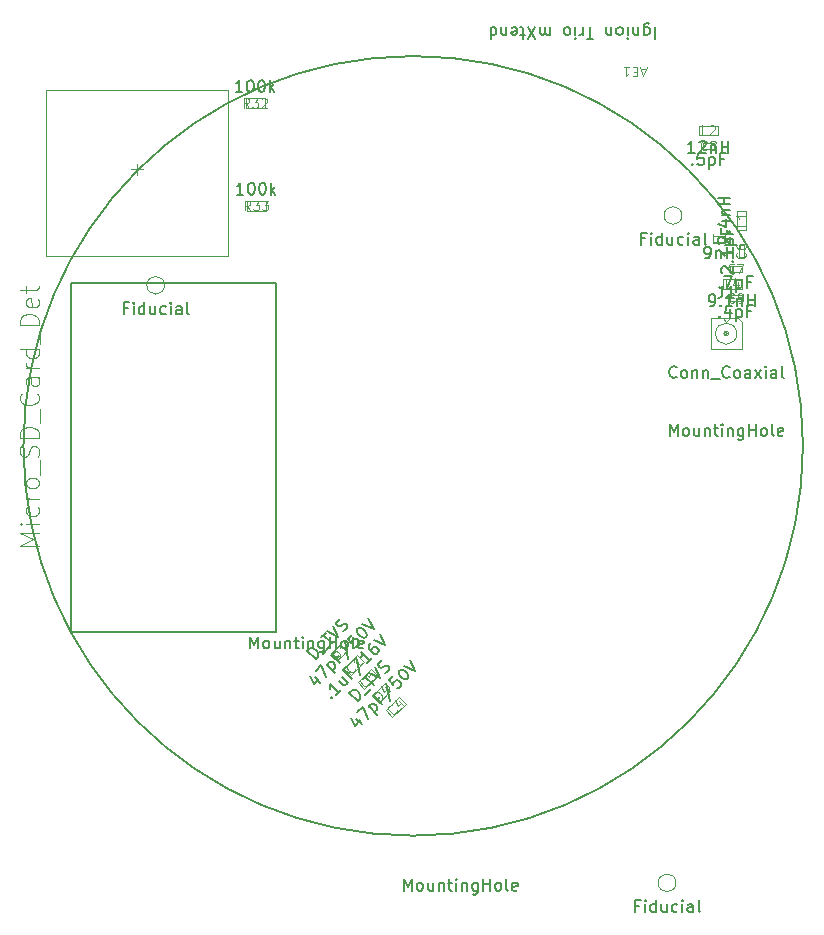
<source format=gbr>
G04 #@! TF.GenerationSoftware,KiCad,Pcbnew,6.0.11+dfsg-1~bpo11+1*
G04 #@! TF.CreationDate,2023-05-20T19:26:12-04:00*
G04 #@! TF.ProjectId,RUSP_Daughterboard,52555350-5f44-4617-9567-68746572626f,rev?*
G04 #@! TF.SameCoordinates,Original*
G04 #@! TF.FileFunction,AssemblyDrawing,Top*
%FSLAX46Y46*%
G04 Gerber Fmt 4.6, Leading zero omitted, Abs format (unit mm)*
G04 Created by KiCad (PCBNEW 6.0.11+dfsg-1~bpo11+1) date 2023-05-20 19:26:12*
%MOMM*%
%LPD*%
G01*
G04 APERTURE LIST*
%ADD10C,0.200000*%
%ADD11C,0.150000*%
%ADD12C,0.120000*%
%ADD13C,0.015000*%
%ADD14C,0.100000*%
G04 APERTURE END LIST*
D10*
X183000000Y-100000000D02*
G75*
G03*
X183000000Y-100000000I-33000000J0D01*
G01*
D11*
X143084860Y-121297890D02*
X143152203Y-121297890D01*
X143152203Y-121365233D01*
X143084860Y-121365233D01*
X143084860Y-121297890D01*
X143152203Y-121365233D01*
X143859310Y-120658126D02*
X143455249Y-121062187D01*
X143657279Y-120860157D02*
X142950173Y-120153050D01*
X142983844Y-120321409D01*
X142983844Y-120456096D01*
X142950173Y-120557111D01*
X143993997Y-119580630D02*
X144465401Y-120052035D01*
X143690951Y-119883676D02*
X144061340Y-120254065D01*
X144162356Y-120287737D01*
X144263371Y-120254065D01*
X144364386Y-120153050D01*
X144398058Y-120052035D01*
X144398058Y-119984691D01*
X144667432Y-119109226D02*
X144431730Y-119344928D01*
X144802119Y-119715317D02*
X144095012Y-119008211D01*
X144431730Y-118671493D01*
X145172508Y-117863371D02*
X145475554Y-119378600D01*
X146519378Y-117998058D02*
X146115317Y-118402119D01*
X146317348Y-118200088D02*
X145610241Y-117492982D01*
X145643913Y-117661340D01*
X145643913Y-117796027D01*
X145610241Y-117897043D01*
X146418363Y-116684860D02*
X146283676Y-116819547D01*
X146250004Y-116920562D01*
X146250004Y-116987905D01*
X146283676Y-117156264D01*
X146384691Y-117324623D01*
X146654065Y-117593997D01*
X146755081Y-117627669D01*
X146822424Y-117627669D01*
X146923439Y-117593997D01*
X147058126Y-117459310D01*
X147091798Y-117358295D01*
X147091798Y-117290951D01*
X147058126Y-117189936D01*
X146889768Y-117021577D01*
X146788752Y-116987905D01*
X146721409Y-116987905D01*
X146620394Y-117021577D01*
X146485707Y-117156264D01*
X146452035Y-117257279D01*
X146452035Y-117324623D01*
X146485707Y-117425638D01*
X146687737Y-116415486D02*
X147630546Y-116886890D01*
X147159142Y-115944081D01*
D12*
X146257749Y-120046311D02*
X146257749Y-120100186D01*
X146203874Y-120207935D01*
X146150000Y-120261810D01*
X146042250Y-120315685D01*
X145934500Y-120315685D01*
X145853688Y-120288748D01*
X145719001Y-120207935D01*
X145638189Y-120127123D01*
X145557377Y-119992436D01*
X145530439Y-119911624D01*
X145530439Y-119803874D01*
X145584314Y-119696125D01*
X145638189Y-119642250D01*
X145745938Y-119588375D01*
X145799813Y-119588375D01*
X146257749Y-119022690D02*
X145988375Y-119292064D01*
X146230812Y-119588375D01*
X146230812Y-119534500D01*
X146257749Y-119453688D01*
X146392436Y-119319001D01*
X146473248Y-119292064D01*
X146527123Y-119292064D01*
X146607935Y-119319001D01*
X146742622Y-119453688D01*
X146769560Y-119534500D01*
X146769560Y-119588375D01*
X146742622Y-119669187D01*
X146607935Y-119803874D01*
X146527123Y-119830812D01*
X146473248Y-119830812D01*
D11*
X136214285Y-117152380D02*
X136214285Y-116152380D01*
X136547619Y-116866666D01*
X136880952Y-116152380D01*
X136880952Y-117152380D01*
X137500000Y-117152380D02*
X137404761Y-117104761D01*
X137357142Y-117057142D01*
X137309523Y-116961904D01*
X137309523Y-116676190D01*
X137357142Y-116580952D01*
X137404761Y-116533333D01*
X137500000Y-116485714D01*
X137642857Y-116485714D01*
X137738095Y-116533333D01*
X137785714Y-116580952D01*
X137833333Y-116676190D01*
X137833333Y-116961904D01*
X137785714Y-117057142D01*
X137738095Y-117104761D01*
X137642857Y-117152380D01*
X137500000Y-117152380D01*
X138690476Y-116485714D02*
X138690476Y-117152380D01*
X138261904Y-116485714D02*
X138261904Y-117009523D01*
X138309523Y-117104761D01*
X138404761Y-117152380D01*
X138547619Y-117152380D01*
X138642857Y-117104761D01*
X138690476Y-117057142D01*
X139166666Y-116485714D02*
X139166666Y-117152380D01*
X139166666Y-116580952D02*
X139214285Y-116533333D01*
X139309523Y-116485714D01*
X139452380Y-116485714D01*
X139547619Y-116533333D01*
X139595238Y-116628571D01*
X139595238Y-117152380D01*
X139928571Y-116485714D02*
X140309523Y-116485714D01*
X140071428Y-116152380D02*
X140071428Y-117009523D01*
X140119047Y-117104761D01*
X140214285Y-117152380D01*
X140309523Y-117152380D01*
X140642857Y-117152380D02*
X140642857Y-116485714D01*
X140642857Y-116152380D02*
X140595238Y-116200000D01*
X140642857Y-116247619D01*
X140690476Y-116200000D01*
X140642857Y-116152380D01*
X140642857Y-116247619D01*
X141119047Y-116485714D02*
X141119047Y-117152380D01*
X141119047Y-116580952D02*
X141166666Y-116533333D01*
X141261904Y-116485714D01*
X141404761Y-116485714D01*
X141500000Y-116533333D01*
X141547619Y-116628571D01*
X141547619Y-117152380D01*
X142452380Y-116485714D02*
X142452380Y-117295238D01*
X142404761Y-117390476D01*
X142357142Y-117438095D01*
X142261904Y-117485714D01*
X142119047Y-117485714D01*
X142023809Y-117438095D01*
X142452380Y-117104761D02*
X142357142Y-117152380D01*
X142166666Y-117152380D01*
X142071428Y-117104761D01*
X142023809Y-117057142D01*
X141976190Y-116961904D01*
X141976190Y-116676190D01*
X142023809Y-116580952D01*
X142071428Y-116533333D01*
X142166666Y-116485714D01*
X142357142Y-116485714D01*
X142452380Y-116533333D01*
X142928571Y-117152380D02*
X142928571Y-116152380D01*
X142928571Y-116628571D02*
X143500000Y-116628571D01*
X143500000Y-117152380D02*
X143500000Y-116152380D01*
X144119047Y-117152380D02*
X144023809Y-117104761D01*
X143976190Y-117057142D01*
X143928571Y-116961904D01*
X143928571Y-116676190D01*
X143976190Y-116580952D01*
X144023809Y-116533333D01*
X144119047Y-116485714D01*
X144261904Y-116485714D01*
X144357142Y-116533333D01*
X144404761Y-116580952D01*
X144452380Y-116676190D01*
X144452380Y-116961904D01*
X144404761Y-117057142D01*
X144357142Y-117104761D01*
X144261904Y-117152380D01*
X144119047Y-117152380D01*
X145023809Y-117152380D02*
X144928571Y-117104761D01*
X144880952Y-117009523D01*
X144880952Y-116152380D01*
X145785714Y-117104761D02*
X145690476Y-117152380D01*
X145500000Y-117152380D01*
X145404761Y-117104761D01*
X145357142Y-117009523D01*
X145357142Y-116628571D01*
X145404761Y-116533333D01*
X145500000Y-116485714D01*
X145690476Y-116485714D01*
X145785714Y-116533333D01*
X145833333Y-116628571D01*
X145833333Y-116723809D01*
X145357142Y-116819047D01*
X169619047Y-82428571D02*
X169285714Y-82428571D01*
X169285714Y-82952380D02*
X169285714Y-81952380D01*
X169761904Y-81952380D01*
X170142857Y-82952380D02*
X170142857Y-82285714D01*
X170142857Y-81952380D02*
X170095238Y-82000000D01*
X170142857Y-82047619D01*
X170190476Y-82000000D01*
X170142857Y-81952380D01*
X170142857Y-82047619D01*
X171047619Y-82952380D02*
X171047619Y-81952380D01*
X171047619Y-82904761D02*
X170952380Y-82952380D01*
X170761904Y-82952380D01*
X170666666Y-82904761D01*
X170619047Y-82857142D01*
X170571428Y-82761904D01*
X170571428Y-82476190D01*
X170619047Y-82380952D01*
X170666666Y-82333333D01*
X170761904Y-82285714D01*
X170952380Y-82285714D01*
X171047619Y-82333333D01*
X171952380Y-82285714D02*
X171952380Y-82952380D01*
X171523809Y-82285714D02*
X171523809Y-82809523D01*
X171571428Y-82904761D01*
X171666666Y-82952380D01*
X171809523Y-82952380D01*
X171904761Y-82904761D01*
X171952380Y-82857142D01*
X172857142Y-82904761D02*
X172761904Y-82952380D01*
X172571428Y-82952380D01*
X172476190Y-82904761D01*
X172428571Y-82857142D01*
X172380952Y-82761904D01*
X172380952Y-82476190D01*
X172428571Y-82380952D01*
X172476190Y-82333333D01*
X172571428Y-82285714D01*
X172761904Y-82285714D01*
X172857142Y-82333333D01*
X173285714Y-82952380D02*
X173285714Y-82285714D01*
X173285714Y-81952380D02*
X173238095Y-82000000D01*
X173285714Y-82047619D01*
X173333333Y-82000000D01*
X173285714Y-81952380D01*
X173285714Y-82047619D01*
X174190476Y-82952380D02*
X174190476Y-82428571D01*
X174142857Y-82333333D01*
X174047619Y-82285714D01*
X173857142Y-82285714D01*
X173761904Y-82333333D01*
X174190476Y-82904761D02*
X174095238Y-82952380D01*
X173857142Y-82952380D01*
X173761904Y-82904761D01*
X173714285Y-82809523D01*
X173714285Y-82714285D01*
X173761904Y-82619047D01*
X173857142Y-82571428D01*
X174095238Y-82571428D01*
X174190476Y-82523809D01*
X174809523Y-82952380D02*
X174714285Y-82904761D01*
X174666666Y-82809523D01*
X174666666Y-81952380D01*
X141665486Y-119584142D02*
X142136890Y-120055546D01*
X141227753Y-119483126D02*
X141564470Y-120156561D01*
X142002203Y-119718829D01*
X141732829Y-119045394D02*
X142204234Y-118573989D01*
X142608295Y-119584142D01*
X142709310Y-118540317D02*
X143416417Y-119247424D01*
X142742982Y-118573989D02*
X142776653Y-118472974D01*
X142911340Y-118338287D01*
X143012356Y-118304615D01*
X143079699Y-118304615D01*
X143180714Y-118338287D01*
X143382745Y-118540317D01*
X143416417Y-118641333D01*
X143416417Y-118708676D01*
X143382745Y-118809691D01*
X143248058Y-118944378D01*
X143147043Y-118978050D01*
X143685791Y-117765867D02*
X143450088Y-118001569D01*
X143820478Y-118371959D02*
X143113371Y-117664852D01*
X143450088Y-117328134D01*
X144190867Y-116520012D02*
X144493913Y-118035241D01*
X144796959Y-115981264D02*
X144460241Y-116317982D01*
X144763287Y-116688371D01*
X144763287Y-116621027D01*
X144796959Y-116520012D01*
X144965317Y-116351653D01*
X145066333Y-116317982D01*
X145133676Y-116317982D01*
X145234691Y-116351653D01*
X145403050Y-116520012D01*
X145436722Y-116621027D01*
X145436722Y-116688371D01*
X145403050Y-116789386D01*
X145234691Y-116957745D01*
X145133676Y-116991417D01*
X145066333Y-116991417D01*
X145268363Y-115509860D02*
X145335707Y-115442516D01*
X145436722Y-115408844D01*
X145504065Y-115408844D01*
X145605081Y-115442516D01*
X145773439Y-115543531D01*
X145941798Y-115711890D01*
X146042813Y-115880249D01*
X146076485Y-115981264D01*
X146076485Y-116048608D01*
X146042813Y-116149623D01*
X145975470Y-116216966D01*
X145874455Y-116250638D01*
X145807111Y-116250638D01*
X145706096Y-116216966D01*
X145537737Y-116115951D01*
X145369378Y-115947592D01*
X145268363Y-115779234D01*
X145234691Y-115678218D01*
X145234691Y-115610875D01*
X145268363Y-115509860D01*
X145706096Y-115072127D02*
X146648905Y-115543531D01*
X146177500Y-114600722D01*
D12*
X145107749Y-118871311D02*
X145107749Y-118925186D01*
X145053874Y-119032935D01*
X145000000Y-119086810D01*
X144892250Y-119140685D01*
X144784500Y-119140685D01*
X144703688Y-119113748D01*
X144569001Y-119032935D01*
X144488189Y-118952123D01*
X144407377Y-118817436D01*
X144380439Y-118736624D01*
X144380439Y-118628874D01*
X144434314Y-118521125D01*
X144488189Y-118467250D01*
X144595938Y-118413375D01*
X144649813Y-118413375D01*
X145700372Y-118386438D02*
X145377123Y-118709687D01*
X145538748Y-118548062D02*
X144973062Y-117982377D01*
X145000000Y-118117064D01*
X145000000Y-118224813D01*
X144973062Y-118305625D01*
D11*
X125819047Y-88328571D02*
X125485714Y-88328571D01*
X125485714Y-88852380D02*
X125485714Y-87852380D01*
X125961904Y-87852380D01*
X126342857Y-88852380D02*
X126342857Y-88185714D01*
X126342857Y-87852380D02*
X126295238Y-87900000D01*
X126342857Y-87947619D01*
X126390476Y-87900000D01*
X126342857Y-87852380D01*
X126342857Y-87947619D01*
X127247619Y-88852380D02*
X127247619Y-87852380D01*
X127247619Y-88804761D02*
X127152380Y-88852380D01*
X126961904Y-88852380D01*
X126866666Y-88804761D01*
X126819047Y-88757142D01*
X126771428Y-88661904D01*
X126771428Y-88376190D01*
X126819047Y-88280952D01*
X126866666Y-88233333D01*
X126961904Y-88185714D01*
X127152380Y-88185714D01*
X127247619Y-88233333D01*
X128152380Y-88185714D02*
X128152380Y-88852380D01*
X127723809Y-88185714D02*
X127723809Y-88709523D01*
X127771428Y-88804761D01*
X127866666Y-88852380D01*
X128009523Y-88852380D01*
X128104761Y-88804761D01*
X128152380Y-88757142D01*
X129057142Y-88804761D02*
X128961904Y-88852380D01*
X128771428Y-88852380D01*
X128676190Y-88804761D01*
X128628571Y-88757142D01*
X128580952Y-88661904D01*
X128580952Y-88376190D01*
X128628571Y-88280952D01*
X128676190Y-88233333D01*
X128771428Y-88185714D01*
X128961904Y-88185714D01*
X129057142Y-88233333D01*
X129485714Y-88852380D02*
X129485714Y-88185714D01*
X129485714Y-87852380D02*
X129438095Y-87900000D01*
X129485714Y-87947619D01*
X129533333Y-87900000D01*
X129485714Y-87852380D01*
X129485714Y-87947619D01*
X130390476Y-88852380D02*
X130390476Y-88328571D01*
X130342857Y-88233333D01*
X130247619Y-88185714D01*
X130057142Y-88185714D01*
X129961904Y-88233333D01*
X130390476Y-88804761D02*
X130295238Y-88852380D01*
X130057142Y-88852380D01*
X129961904Y-88804761D01*
X129914285Y-88709523D01*
X129914285Y-88614285D01*
X129961904Y-88519047D01*
X130057142Y-88471428D01*
X130295238Y-88471428D01*
X130390476Y-88423809D01*
X131009523Y-88852380D02*
X130914285Y-88804761D01*
X130866666Y-88709523D01*
X130866666Y-87852380D01*
X141745012Y-118072424D02*
X141037905Y-117365317D01*
X141206264Y-117196959D01*
X141340951Y-117129615D01*
X141475638Y-117129615D01*
X141576653Y-117163287D01*
X141745012Y-117264302D01*
X141846027Y-117365317D01*
X141947043Y-117533676D01*
X141980714Y-117634691D01*
X141980714Y-117769378D01*
X141913371Y-117904065D01*
X141745012Y-118072424D01*
X142351104Y-117601020D02*
X142889852Y-117062272D01*
X142182745Y-116220478D02*
X142586806Y-115816417D01*
X143091882Y-116725554D02*
X142384775Y-116018447D01*
X142721493Y-115681730D02*
X143664302Y-116153134D01*
X143192898Y-115210325D01*
X144068363Y-115681730D02*
X144203050Y-115614386D01*
X144371409Y-115446027D01*
X144405081Y-115345012D01*
X144405081Y-115277669D01*
X144371409Y-115176653D01*
X144304065Y-115109310D01*
X144203050Y-115075638D01*
X144135707Y-115075638D01*
X144034691Y-115109310D01*
X143866333Y-115210325D01*
X143765317Y-115243997D01*
X143697974Y-115243997D01*
X143596959Y-115210325D01*
X143529615Y-115142982D01*
X143495943Y-115041966D01*
X143495943Y-114974623D01*
X143529615Y-114873608D01*
X143697974Y-114705249D01*
X143832661Y-114637905D01*
D12*
X143638375Y-118073435D02*
X143072690Y-117507749D01*
X143207377Y-117373062D01*
X143315126Y-117319187D01*
X143422876Y-117319187D01*
X143503688Y-117346125D01*
X143638375Y-117426937D01*
X143719187Y-117507749D01*
X143800000Y-117642436D01*
X143826937Y-117723248D01*
X143826937Y-117830998D01*
X143773062Y-117938748D01*
X143638375Y-118073435D01*
X144500372Y-117211438D02*
X144177123Y-117534687D01*
X144338748Y-117373062D02*
X143773062Y-116807377D01*
X143800000Y-116942064D01*
X143800000Y-117049813D01*
X143773062Y-117130625D01*
D11*
X145190486Y-123109142D02*
X145661890Y-123580546D01*
X144752753Y-123008126D02*
X145089470Y-123681561D01*
X145527203Y-123243829D01*
X145257829Y-122570394D02*
X145729234Y-122098989D01*
X146133295Y-123109142D01*
X146234310Y-122065317D02*
X146941417Y-122772424D01*
X146267982Y-122098989D02*
X146301653Y-121997974D01*
X146436340Y-121863287D01*
X146537356Y-121829615D01*
X146604699Y-121829615D01*
X146705714Y-121863287D01*
X146907745Y-122065317D01*
X146941417Y-122166333D01*
X146941417Y-122233676D01*
X146907745Y-122334691D01*
X146773058Y-122469378D01*
X146672043Y-122503050D01*
X147210791Y-121290867D02*
X146975088Y-121526569D01*
X147345478Y-121896959D02*
X146638371Y-121189852D01*
X146975088Y-120853134D01*
X147715867Y-120045012D02*
X148018913Y-121560241D01*
X148321959Y-119506264D02*
X147985241Y-119842982D01*
X148288287Y-120213371D01*
X148288287Y-120146027D01*
X148321959Y-120045012D01*
X148490317Y-119876653D01*
X148591333Y-119842982D01*
X148658676Y-119842982D01*
X148759691Y-119876653D01*
X148928050Y-120045012D01*
X148961722Y-120146027D01*
X148961722Y-120213371D01*
X148928050Y-120314386D01*
X148759691Y-120482745D01*
X148658676Y-120516417D01*
X148591333Y-120516417D01*
X148793363Y-119034860D02*
X148860707Y-118967516D01*
X148961722Y-118933844D01*
X149029065Y-118933844D01*
X149130081Y-118967516D01*
X149298439Y-119068531D01*
X149466798Y-119236890D01*
X149567813Y-119405249D01*
X149601485Y-119506264D01*
X149601485Y-119573608D01*
X149567813Y-119674623D01*
X149500470Y-119741966D01*
X149399455Y-119775638D01*
X149332111Y-119775638D01*
X149231096Y-119741966D01*
X149062737Y-119640951D01*
X148894378Y-119472592D01*
X148793363Y-119304234D01*
X148759691Y-119203218D01*
X148759691Y-119135875D01*
X148793363Y-119034860D01*
X149231096Y-118597127D02*
X150173905Y-119068531D01*
X149702500Y-118125722D01*
D12*
X148632749Y-122396311D02*
X148632749Y-122450186D01*
X148578874Y-122557935D01*
X148525000Y-122611810D01*
X148417250Y-122665685D01*
X148309500Y-122665685D01*
X148228688Y-122638748D01*
X148094001Y-122557935D01*
X148013189Y-122477123D01*
X147932377Y-122342436D01*
X147905439Y-122261624D01*
X147905439Y-122153874D01*
X147959314Y-122046125D01*
X148013189Y-121992250D01*
X148120938Y-121938375D01*
X148174813Y-121938375D01*
X148794374Y-121588189D02*
X149171497Y-121965312D01*
X148444187Y-121507377D02*
X148713561Y-122046125D01*
X149063748Y-121695938D01*
D11*
X135628571Y-78722380D02*
X135057142Y-78722380D01*
X135342857Y-78722380D02*
X135342857Y-77722380D01*
X135247619Y-77865238D01*
X135152380Y-77960476D01*
X135057142Y-78008095D01*
X136247619Y-77722380D02*
X136342857Y-77722380D01*
X136438095Y-77770000D01*
X136485714Y-77817619D01*
X136533333Y-77912857D01*
X136580952Y-78103333D01*
X136580952Y-78341428D01*
X136533333Y-78531904D01*
X136485714Y-78627142D01*
X136438095Y-78674761D01*
X136342857Y-78722380D01*
X136247619Y-78722380D01*
X136152380Y-78674761D01*
X136104761Y-78627142D01*
X136057142Y-78531904D01*
X136009523Y-78341428D01*
X136009523Y-78103333D01*
X136057142Y-77912857D01*
X136104761Y-77817619D01*
X136152380Y-77770000D01*
X136247619Y-77722380D01*
X137200000Y-77722380D02*
X137295238Y-77722380D01*
X137390476Y-77770000D01*
X137438095Y-77817619D01*
X137485714Y-77912857D01*
X137533333Y-78103333D01*
X137533333Y-78341428D01*
X137485714Y-78531904D01*
X137438095Y-78627142D01*
X137390476Y-78674761D01*
X137295238Y-78722380D01*
X137200000Y-78722380D01*
X137104761Y-78674761D01*
X137057142Y-78627142D01*
X137009523Y-78531904D01*
X136961904Y-78341428D01*
X136961904Y-78103333D01*
X137009523Y-77912857D01*
X137057142Y-77817619D01*
X137104761Y-77770000D01*
X137200000Y-77722380D01*
X137961904Y-78722380D02*
X137961904Y-77722380D01*
X138057142Y-78341428D02*
X138342857Y-78722380D01*
X138342857Y-78055714D02*
X137961904Y-78436666D01*
D12*
X136185714Y-80061904D02*
X135919047Y-79680952D01*
X135728571Y-80061904D02*
X135728571Y-79261904D01*
X136033333Y-79261904D01*
X136109523Y-79300000D01*
X136147619Y-79338095D01*
X136185714Y-79414285D01*
X136185714Y-79528571D01*
X136147619Y-79604761D01*
X136109523Y-79642857D01*
X136033333Y-79680952D01*
X135728571Y-79680952D01*
X136452380Y-79261904D02*
X136947619Y-79261904D01*
X136680952Y-79566666D01*
X136795238Y-79566666D01*
X136871428Y-79604761D01*
X136909523Y-79642857D01*
X136947619Y-79719047D01*
X136947619Y-79909523D01*
X136909523Y-79985714D01*
X136871428Y-80023809D01*
X136795238Y-80061904D01*
X136566666Y-80061904D01*
X136490476Y-80023809D01*
X136452380Y-79985714D01*
X137214285Y-79261904D02*
X137709523Y-79261904D01*
X137442857Y-79566666D01*
X137557142Y-79566666D01*
X137633333Y-79604761D01*
X137671428Y-79642857D01*
X137709523Y-79719047D01*
X137709523Y-79909523D01*
X137671428Y-79985714D01*
X137633333Y-80023809D01*
X137557142Y-80061904D01*
X137328571Y-80061904D01*
X137252380Y-80023809D01*
X137214285Y-79985714D01*
D11*
X135543571Y-70022380D02*
X134972142Y-70022380D01*
X135257857Y-70022380D02*
X135257857Y-69022380D01*
X135162619Y-69165238D01*
X135067380Y-69260476D01*
X134972142Y-69308095D01*
X136162619Y-69022380D02*
X136257857Y-69022380D01*
X136353095Y-69070000D01*
X136400714Y-69117619D01*
X136448333Y-69212857D01*
X136495952Y-69403333D01*
X136495952Y-69641428D01*
X136448333Y-69831904D01*
X136400714Y-69927142D01*
X136353095Y-69974761D01*
X136257857Y-70022380D01*
X136162619Y-70022380D01*
X136067380Y-69974761D01*
X136019761Y-69927142D01*
X135972142Y-69831904D01*
X135924523Y-69641428D01*
X135924523Y-69403333D01*
X135972142Y-69212857D01*
X136019761Y-69117619D01*
X136067380Y-69070000D01*
X136162619Y-69022380D01*
X137115000Y-69022380D02*
X137210238Y-69022380D01*
X137305476Y-69070000D01*
X137353095Y-69117619D01*
X137400714Y-69212857D01*
X137448333Y-69403333D01*
X137448333Y-69641428D01*
X137400714Y-69831904D01*
X137353095Y-69927142D01*
X137305476Y-69974761D01*
X137210238Y-70022380D01*
X137115000Y-70022380D01*
X137019761Y-69974761D01*
X136972142Y-69927142D01*
X136924523Y-69831904D01*
X136876904Y-69641428D01*
X136876904Y-69403333D01*
X136924523Y-69212857D01*
X136972142Y-69117619D01*
X137019761Y-69070000D01*
X137115000Y-69022380D01*
X137876904Y-70022380D02*
X137876904Y-69022380D01*
X137972142Y-69641428D02*
X138257857Y-70022380D01*
X138257857Y-69355714D02*
X137876904Y-69736666D01*
D12*
X136100714Y-71361904D02*
X135834047Y-70980952D01*
X135643571Y-71361904D02*
X135643571Y-70561904D01*
X135948333Y-70561904D01*
X136024523Y-70600000D01*
X136062619Y-70638095D01*
X136100714Y-70714285D01*
X136100714Y-70828571D01*
X136062619Y-70904761D01*
X136024523Y-70942857D01*
X135948333Y-70980952D01*
X135643571Y-70980952D01*
X136367380Y-70561904D02*
X136862619Y-70561904D01*
X136595952Y-70866666D01*
X136710238Y-70866666D01*
X136786428Y-70904761D01*
X136824523Y-70942857D01*
X136862619Y-71019047D01*
X136862619Y-71209523D01*
X136824523Y-71285714D01*
X136786428Y-71323809D01*
X136710238Y-71361904D01*
X136481666Y-71361904D01*
X136405476Y-71323809D01*
X136367380Y-71285714D01*
X137167380Y-70638095D02*
X137205476Y-70600000D01*
X137281666Y-70561904D01*
X137472142Y-70561904D01*
X137548333Y-70600000D01*
X137586428Y-70638095D01*
X137624523Y-70714285D01*
X137624523Y-70790476D01*
X137586428Y-70904761D01*
X137129285Y-71361904D01*
X137624523Y-71361904D01*
D13*
X118287414Y-108452474D02*
X116686949Y-108452474D01*
X117830139Y-107918986D01*
X116686949Y-107385497D01*
X118287414Y-107385497D01*
X118287414Y-106623371D02*
X117220438Y-106623371D01*
X116686949Y-106623371D02*
X116763162Y-106699584D01*
X116839375Y-106623371D01*
X116763162Y-106547159D01*
X116686949Y-106623371D01*
X116839375Y-106623371D01*
X118211202Y-105175331D02*
X118287414Y-105327757D01*
X118287414Y-105632607D01*
X118211202Y-105785032D01*
X118134989Y-105861245D01*
X117982564Y-105937458D01*
X117525288Y-105937458D01*
X117372863Y-105861245D01*
X117296650Y-105785032D01*
X117220438Y-105632607D01*
X117220438Y-105327757D01*
X117296650Y-105175331D01*
X118287414Y-104489418D02*
X117220438Y-104489418D01*
X117525288Y-104489418D02*
X117372863Y-104413205D01*
X117296650Y-104336993D01*
X117220438Y-104184567D01*
X117220438Y-104032142D01*
X118287414Y-103270016D02*
X118211202Y-103422441D01*
X118134989Y-103498654D01*
X117982564Y-103574866D01*
X117525288Y-103574866D01*
X117372863Y-103498654D01*
X117296650Y-103422441D01*
X117220438Y-103270016D01*
X117220438Y-103041378D01*
X117296650Y-102888953D01*
X117372863Y-102812740D01*
X117525288Y-102736528D01*
X117982564Y-102736528D01*
X118134989Y-102812740D01*
X118211202Y-102888953D01*
X118287414Y-103041378D01*
X118287414Y-103270016D01*
X118439840Y-102431677D02*
X118439840Y-101212275D01*
X118211202Y-100907425D02*
X118287414Y-100678787D01*
X118287414Y-100297724D01*
X118211202Y-100145299D01*
X118134989Y-100069086D01*
X117982564Y-99992873D01*
X117830139Y-99992873D01*
X117677713Y-100069086D01*
X117601501Y-100145299D01*
X117525288Y-100297724D01*
X117449076Y-100602574D01*
X117372863Y-100755000D01*
X117296650Y-100831212D01*
X117144225Y-100907425D01*
X116991800Y-100907425D01*
X116839375Y-100831212D01*
X116763162Y-100755000D01*
X116686949Y-100602574D01*
X116686949Y-100221511D01*
X116763162Y-99992873D01*
X118287414Y-99306960D02*
X116686949Y-99306960D01*
X116686949Y-98925897D01*
X116763162Y-98697259D01*
X116915587Y-98544834D01*
X117068012Y-98468621D01*
X117372863Y-98392408D01*
X117601501Y-98392408D01*
X117906351Y-98468621D01*
X118058777Y-98544834D01*
X118211202Y-98697259D01*
X118287414Y-98925897D01*
X118287414Y-99306960D01*
X118439840Y-98087558D02*
X118439840Y-96868156D01*
X118134989Y-95572541D02*
X118211202Y-95648754D01*
X118287414Y-95877392D01*
X118287414Y-96029817D01*
X118211202Y-96258455D01*
X118058777Y-96410880D01*
X117906351Y-96487093D01*
X117601501Y-96563305D01*
X117372863Y-96563305D01*
X117068012Y-96487093D01*
X116915587Y-96410880D01*
X116763162Y-96258455D01*
X116686949Y-96029817D01*
X116686949Y-95877392D01*
X116763162Y-95648754D01*
X116839375Y-95572541D01*
X118287414Y-94200714D02*
X117449076Y-94200714D01*
X117296650Y-94276927D01*
X117220438Y-94429352D01*
X117220438Y-94734203D01*
X117296650Y-94886628D01*
X118211202Y-94200714D02*
X118287414Y-94353140D01*
X118287414Y-94734203D01*
X118211202Y-94886628D01*
X118058777Y-94962840D01*
X117906351Y-94962840D01*
X117753926Y-94886628D01*
X117677713Y-94734203D01*
X117677713Y-94353140D01*
X117601501Y-94200714D01*
X118287414Y-93438588D02*
X117220438Y-93438588D01*
X117525288Y-93438588D02*
X117372863Y-93362375D01*
X117296650Y-93286163D01*
X117220438Y-93133738D01*
X117220438Y-92981312D01*
X118287414Y-91761910D02*
X116686949Y-91761910D01*
X118211202Y-91761910D02*
X118287414Y-91914336D01*
X118287414Y-92219186D01*
X118211202Y-92371611D01*
X118134989Y-92447824D01*
X117982564Y-92524037D01*
X117525288Y-92524037D01*
X117372863Y-92447824D01*
X117296650Y-92371611D01*
X117220438Y-92219186D01*
X117220438Y-91914336D01*
X117296650Y-91761910D01*
X118439840Y-91380847D02*
X118439840Y-90161445D01*
X118287414Y-89780382D02*
X116686949Y-89780382D01*
X116686949Y-89399319D01*
X116763162Y-89170681D01*
X116915587Y-89018256D01*
X117068012Y-88942044D01*
X117372863Y-88865831D01*
X117601501Y-88865831D01*
X117906351Y-88942044D01*
X118058777Y-89018256D01*
X118211202Y-89170681D01*
X118287414Y-89399319D01*
X118287414Y-89780382D01*
X118211202Y-87570216D02*
X118287414Y-87722642D01*
X118287414Y-88027492D01*
X118211202Y-88179917D01*
X118058777Y-88256130D01*
X117449076Y-88256130D01*
X117296650Y-88179917D01*
X117220438Y-88027492D01*
X117220438Y-87722642D01*
X117296650Y-87570216D01*
X117449076Y-87494004D01*
X117601501Y-87494004D01*
X117753926Y-88256130D01*
X117220438Y-87036728D02*
X117220438Y-86427027D01*
X116686949Y-86808090D02*
X118058777Y-86808090D01*
X118211202Y-86731878D01*
X118287414Y-86579452D01*
X118287414Y-86427027D01*
D11*
X171714285Y-99152380D02*
X171714285Y-98152380D01*
X172047619Y-98866666D01*
X172380952Y-98152380D01*
X172380952Y-99152380D01*
X173000000Y-99152380D02*
X172904761Y-99104761D01*
X172857142Y-99057142D01*
X172809523Y-98961904D01*
X172809523Y-98676190D01*
X172857142Y-98580952D01*
X172904761Y-98533333D01*
X173000000Y-98485714D01*
X173142857Y-98485714D01*
X173238095Y-98533333D01*
X173285714Y-98580952D01*
X173333333Y-98676190D01*
X173333333Y-98961904D01*
X173285714Y-99057142D01*
X173238095Y-99104761D01*
X173142857Y-99152380D01*
X173000000Y-99152380D01*
X174190476Y-98485714D02*
X174190476Y-99152380D01*
X173761904Y-98485714D02*
X173761904Y-99009523D01*
X173809523Y-99104761D01*
X173904761Y-99152380D01*
X174047619Y-99152380D01*
X174142857Y-99104761D01*
X174190476Y-99057142D01*
X174666666Y-98485714D02*
X174666666Y-99152380D01*
X174666666Y-98580952D02*
X174714285Y-98533333D01*
X174809523Y-98485714D01*
X174952380Y-98485714D01*
X175047619Y-98533333D01*
X175095238Y-98628571D01*
X175095238Y-99152380D01*
X175428571Y-98485714D02*
X175809523Y-98485714D01*
X175571428Y-98152380D02*
X175571428Y-99009523D01*
X175619047Y-99104761D01*
X175714285Y-99152380D01*
X175809523Y-99152380D01*
X176142857Y-99152380D02*
X176142857Y-98485714D01*
X176142857Y-98152380D02*
X176095238Y-98200000D01*
X176142857Y-98247619D01*
X176190476Y-98200000D01*
X176142857Y-98152380D01*
X176142857Y-98247619D01*
X176619047Y-98485714D02*
X176619047Y-99152380D01*
X176619047Y-98580952D02*
X176666666Y-98533333D01*
X176761904Y-98485714D01*
X176904761Y-98485714D01*
X177000000Y-98533333D01*
X177047619Y-98628571D01*
X177047619Y-99152380D01*
X177952380Y-98485714D02*
X177952380Y-99295238D01*
X177904761Y-99390476D01*
X177857142Y-99438095D01*
X177761904Y-99485714D01*
X177619047Y-99485714D01*
X177523809Y-99438095D01*
X177952380Y-99104761D02*
X177857142Y-99152380D01*
X177666666Y-99152380D01*
X177571428Y-99104761D01*
X177523809Y-99057142D01*
X177476190Y-98961904D01*
X177476190Y-98676190D01*
X177523809Y-98580952D01*
X177571428Y-98533333D01*
X177666666Y-98485714D01*
X177857142Y-98485714D01*
X177952380Y-98533333D01*
X178428571Y-99152380D02*
X178428571Y-98152380D01*
X178428571Y-98628571D02*
X179000000Y-98628571D01*
X179000000Y-99152380D02*
X179000000Y-98152380D01*
X179619047Y-99152380D02*
X179523809Y-99104761D01*
X179476190Y-99057142D01*
X179428571Y-98961904D01*
X179428571Y-98676190D01*
X179476190Y-98580952D01*
X179523809Y-98533333D01*
X179619047Y-98485714D01*
X179761904Y-98485714D01*
X179857142Y-98533333D01*
X179904761Y-98580952D01*
X179952380Y-98676190D01*
X179952380Y-98961904D01*
X179904761Y-99057142D01*
X179857142Y-99104761D01*
X179761904Y-99152380D01*
X179619047Y-99152380D01*
X180523809Y-99152380D02*
X180428571Y-99104761D01*
X180380952Y-99009523D01*
X180380952Y-98152380D01*
X181285714Y-99104761D02*
X181190476Y-99152380D01*
X181000000Y-99152380D01*
X180904761Y-99104761D01*
X180857142Y-99009523D01*
X180857142Y-98628571D01*
X180904761Y-98533333D01*
X181000000Y-98485714D01*
X181190476Y-98485714D01*
X181285714Y-98533333D01*
X181333333Y-98628571D01*
X181333333Y-98723809D01*
X180857142Y-98819047D01*
X145295012Y-121597424D02*
X144587905Y-120890317D01*
X144756264Y-120721959D01*
X144890951Y-120654615D01*
X145025638Y-120654615D01*
X145126653Y-120688287D01*
X145295012Y-120789302D01*
X145396027Y-120890317D01*
X145497043Y-121058676D01*
X145530714Y-121159691D01*
X145530714Y-121294378D01*
X145463371Y-121429065D01*
X145295012Y-121597424D01*
X145901104Y-121126020D02*
X146439852Y-120587272D01*
X145732745Y-119745478D02*
X146136806Y-119341417D01*
X146641882Y-120250554D02*
X145934775Y-119543447D01*
X146271493Y-119206730D02*
X147214302Y-119678134D01*
X146742898Y-118735325D01*
X147618363Y-119206730D02*
X147753050Y-119139386D01*
X147921409Y-118971027D01*
X147955081Y-118870012D01*
X147955081Y-118802669D01*
X147921409Y-118701653D01*
X147854065Y-118634310D01*
X147753050Y-118600638D01*
X147685707Y-118600638D01*
X147584691Y-118634310D01*
X147416333Y-118735325D01*
X147315317Y-118768997D01*
X147247974Y-118768997D01*
X147146959Y-118735325D01*
X147079615Y-118667982D01*
X147045943Y-118566966D01*
X147045943Y-118499623D01*
X147079615Y-118398608D01*
X147247974Y-118230249D01*
X147382661Y-118162905D01*
D12*
X147188375Y-121598435D02*
X146622690Y-121032749D01*
X146757377Y-120898062D01*
X146865126Y-120844187D01*
X146972876Y-120844187D01*
X147053688Y-120871125D01*
X147188375Y-120951937D01*
X147269187Y-121032749D01*
X147350000Y-121167436D01*
X147376937Y-121248248D01*
X147376937Y-121355998D01*
X147323062Y-121463748D01*
X147188375Y-121598435D01*
X147619374Y-120413189D02*
X147996497Y-120790312D01*
X147269187Y-120332377D02*
X147538561Y-120871125D01*
X147888748Y-120520938D01*
D11*
X149214285Y-137652380D02*
X149214285Y-136652380D01*
X149547619Y-137366666D01*
X149880952Y-136652380D01*
X149880952Y-137652380D01*
X150500000Y-137652380D02*
X150404761Y-137604761D01*
X150357142Y-137557142D01*
X150309523Y-137461904D01*
X150309523Y-137176190D01*
X150357142Y-137080952D01*
X150404761Y-137033333D01*
X150500000Y-136985714D01*
X150642857Y-136985714D01*
X150738095Y-137033333D01*
X150785714Y-137080952D01*
X150833333Y-137176190D01*
X150833333Y-137461904D01*
X150785714Y-137557142D01*
X150738095Y-137604761D01*
X150642857Y-137652380D01*
X150500000Y-137652380D01*
X151690476Y-136985714D02*
X151690476Y-137652380D01*
X151261904Y-136985714D02*
X151261904Y-137509523D01*
X151309523Y-137604761D01*
X151404761Y-137652380D01*
X151547619Y-137652380D01*
X151642857Y-137604761D01*
X151690476Y-137557142D01*
X152166666Y-136985714D02*
X152166666Y-137652380D01*
X152166666Y-137080952D02*
X152214285Y-137033333D01*
X152309523Y-136985714D01*
X152452380Y-136985714D01*
X152547619Y-137033333D01*
X152595238Y-137128571D01*
X152595238Y-137652380D01*
X152928571Y-136985714D02*
X153309523Y-136985714D01*
X153071428Y-136652380D02*
X153071428Y-137509523D01*
X153119047Y-137604761D01*
X153214285Y-137652380D01*
X153309523Y-137652380D01*
X153642857Y-137652380D02*
X153642857Y-136985714D01*
X153642857Y-136652380D02*
X153595238Y-136700000D01*
X153642857Y-136747619D01*
X153690476Y-136700000D01*
X153642857Y-136652380D01*
X153642857Y-136747619D01*
X154119047Y-136985714D02*
X154119047Y-137652380D01*
X154119047Y-137080952D02*
X154166666Y-137033333D01*
X154261904Y-136985714D01*
X154404761Y-136985714D01*
X154500000Y-137033333D01*
X154547619Y-137128571D01*
X154547619Y-137652380D01*
X155452380Y-136985714D02*
X155452380Y-137795238D01*
X155404761Y-137890476D01*
X155357142Y-137938095D01*
X155261904Y-137985714D01*
X155119047Y-137985714D01*
X155023809Y-137938095D01*
X155452380Y-137604761D02*
X155357142Y-137652380D01*
X155166666Y-137652380D01*
X155071428Y-137604761D01*
X155023809Y-137557142D01*
X154976190Y-137461904D01*
X154976190Y-137176190D01*
X155023809Y-137080952D01*
X155071428Y-137033333D01*
X155166666Y-136985714D01*
X155357142Y-136985714D01*
X155452380Y-137033333D01*
X155928571Y-137652380D02*
X155928571Y-136652380D01*
X155928571Y-137128571D02*
X156500000Y-137128571D01*
X156500000Y-137652380D02*
X156500000Y-136652380D01*
X157119047Y-137652380D02*
X157023809Y-137604761D01*
X156976190Y-137557142D01*
X156928571Y-137461904D01*
X156928571Y-137176190D01*
X156976190Y-137080952D01*
X157023809Y-137033333D01*
X157119047Y-136985714D01*
X157261904Y-136985714D01*
X157357142Y-137033333D01*
X157404761Y-137080952D01*
X157452380Y-137176190D01*
X157452380Y-137461904D01*
X157404761Y-137557142D01*
X157357142Y-137604761D01*
X157261904Y-137652380D01*
X157119047Y-137652380D01*
X158023809Y-137652380D02*
X157928571Y-137604761D01*
X157880952Y-137509523D01*
X157880952Y-136652380D01*
X158785714Y-137604761D02*
X158690476Y-137652380D01*
X158500000Y-137652380D01*
X158404761Y-137604761D01*
X158357142Y-137509523D01*
X158357142Y-137128571D01*
X158404761Y-137033333D01*
X158500000Y-136985714D01*
X158690476Y-136985714D01*
X158785714Y-137033333D01*
X158833333Y-137128571D01*
X158833333Y-137223809D01*
X158357142Y-137319047D01*
X169119047Y-138928571D02*
X168785714Y-138928571D01*
X168785714Y-139452380D02*
X168785714Y-138452380D01*
X169261904Y-138452380D01*
X169642857Y-139452380D02*
X169642857Y-138785714D01*
X169642857Y-138452380D02*
X169595238Y-138500000D01*
X169642857Y-138547619D01*
X169690476Y-138500000D01*
X169642857Y-138452380D01*
X169642857Y-138547619D01*
X170547619Y-139452380D02*
X170547619Y-138452380D01*
X170547619Y-139404761D02*
X170452380Y-139452380D01*
X170261904Y-139452380D01*
X170166666Y-139404761D01*
X170119047Y-139357142D01*
X170071428Y-139261904D01*
X170071428Y-138976190D01*
X170119047Y-138880952D01*
X170166666Y-138833333D01*
X170261904Y-138785714D01*
X170452380Y-138785714D01*
X170547619Y-138833333D01*
X171452380Y-138785714D02*
X171452380Y-139452380D01*
X171023809Y-138785714D02*
X171023809Y-139309523D01*
X171071428Y-139404761D01*
X171166666Y-139452380D01*
X171309523Y-139452380D01*
X171404761Y-139404761D01*
X171452380Y-139357142D01*
X172357142Y-139404761D02*
X172261904Y-139452380D01*
X172071428Y-139452380D01*
X171976190Y-139404761D01*
X171928571Y-139357142D01*
X171880952Y-139261904D01*
X171880952Y-138976190D01*
X171928571Y-138880952D01*
X171976190Y-138833333D01*
X172071428Y-138785714D01*
X172261904Y-138785714D01*
X172357142Y-138833333D01*
X172785714Y-139452380D02*
X172785714Y-138785714D01*
X172785714Y-138452380D02*
X172738095Y-138500000D01*
X172785714Y-138547619D01*
X172833333Y-138500000D01*
X172785714Y-138452380D01*
X172785714Y-138547619D01*
X173690476Y-139452380D02*
X173690476Y-138928571D01*
X173642857Y-138833333D01*
X173547619Y-138785714D01*
X173357142Y-138785714D01*
X173261904Y-138833333D01*
X173690476Y-139404761D02*
X173595238Y-139452380D01*
X173357142Y-139452380D01*
X173261904Y-139404761D01*
X173214285Y-139309523D01*
X173214285Y-139214285D01*
X173261904Y-139119047D01*
X173357142Y-139071428D01*
X173595238Y-139071428D01*
X173690476Y-139023809D01*
X174309523Y-139452380D02*
X174214285Y-139404761D01*
X174166666Y-139309523D01*
X174166666Y-138452380D01*
X175942857Y-86517142D02*
X175990476Y-86564761D01*
X175942857Y-86612380D01*
X175895238Y-86564761D01*
X175942857Y-86517142D01*
X175942857Y-86612380D01*
X176323809Y-85612380D02*
X176990476Y-85612380D01*
X176561904Y-86612380D01*
X177371428Y-85945714D02*
X177371428Y-86945714D01*
X177371428Y-85993333D02*
X177466666Y-85945714D01*
X177657142Y-85945714D01*
X177752380Y-85993333D01*
X177800000Y-86040952D01*
X177847619Y-86136190D01*
X177847619Y-86421904D01*
X177800000Y-86517142D01*
X177752380Y-86564761D01*
X177657142Y-86612380D01*
X177466666Y-86612380D01*
X177371428Y-86564761D01*
X178609523Y-86088571D02*
X178276190Y-86088571D01*
X178276190Y-86612380D02*
X178276190Y-85612380D01*
X178752380Y-85612380D01*
D12*
X177166666Y-85285714D02*
X177128571Y-85323809D01*
X177014285Y-85361904D01*
X176938095Y-85361904D01*
X176823809Y-85323809D01*
X176747619Y-85247619D01*
X176709523Y-85171428D01*
X176671428Y-85019047D01*
X176671428Y-84904761D01*
X176709523Y-84752380D01*
X176747619Y-84676190D01*
X176823809Y-84600000D01*
X176938095Y-84561904D01*
X177014285Y-84561904D01*
X177128571Y-84600000D01*
X177166666Y-84638095D01*
X177433333Y-84561904D02*
X177966666Y-84561904D01*
X177623809Y-85361904D01*
D11*
X174733333Y-84122380D02*
X174923809Y-84122380D01*
X175019047Y-84074761D01*
X175066666Y-84027142D01*
X175161904Y-83884285D01*
X175209523Y-83693809D01*
X175209523Y-83312857D01*
X175161904Y-83217619D01*
X175114285Y-83170000D01*
X175019047Y-83122380D01*
X174828571Y-83122380D01*
X174733333Y-83170000D01*
X174685714Y-83217619D01*
X174638095Y-83312857D01*
X174638095Y-83550952D01*
X174685714Y-83646190D01*
X174733333Y-83693809D01*
X174828571Y-83741428D01*
X175019047Y-83741428D01*
X175114285Y-83693809D01*
X175161904Y-83646190D01*
X175209523Y-83550952D01*
X175638095Y-83455714D02*
X175638095Y-84122380D01*
X175638095Y-83550952D02*
X175685714Y-83503333D01*
X175780952Y-83455714D01*
X175923809Y-83455714D01*
X176019047Y-83503333D01*
X176066666Y-83598571D01*
X176066666Y-84122380D01*
X176542857Y-84122380D02*
X176542857Y-83122380D01*
X176542857Y-83598571D02*
X177114285Y-83598571D01*
X177114285Y-84122380D02*
X177114285Y-83122380D01*
D12*
X175766666Y-82861904D02*
X175385714Y-82861904D01*
X175385714Y-82061904D01*
X175957142Y-82061904D02*
X176452380Y-82061904D01*
X176185714Y-82366666D01*
X176300000Y-82366666D01*
X176376190Y-82404761D01*
X176414285Y-82442857D01*
X176452380Y-82519047D01*
X176452380Y-82709523D01*
X176414285Y-82785714D01*
X176376190Y-82823809D01*
X176300000Y-82861904D01*
X176071428Y-82861904D01*
X175995238Y-82823809D01*
X175957142Y-82785714D01*
D11*
X176187619Y-85380952D02*
X176140000Y-85333333D01*
X176092380Y-85238095D01*
X176092380Y-85000000D01*
X176140000Y-84904761D01*
X176187619Y-84857142D01*
X176282857Y-84809523D01*
X176378095Y-84809523D01*
X176520952Y-84857142D01*
X177092380Y-85428571D01*
X177092380Y-84809523D01*
X176997142Y-84380952D02*
X177044761Y-84333333D01*
X177092380Y-84380952D01*
X177044761Y-84428571D01*
X176997142Y-84380952D01*
X177092380Y-84380952D01*
X177092380Y-83380952D02*
X177092380Y-83952380D01*
X177092380Y-83666666D02*
X176092380Y-83666666D01*
X176235238Y-83761904D01*
X176330476Y-83857142D01*
X176378095Y-83952380D01*
X176425714Y-82952380D02*
X177425714Y-82952380D01*
X176473333Y-82952380D02*
X176425714Y-82857142D01*
X176425714Y-82666666D01*
X176473333Y-82571428D01*
X176520952Y-82523809D01*
X176616190Y-82476190D01*
X176901904Y-82476190D01*
X176997142Y-82523809D01*
X177044761Y-82571428D01*
X177092380Y-82666666D01*
X177092380Y-82857142D01*
X177044761Y-82952380D01*
X176568571Y-81714285D02*
X176568571Y-82047619D01*
X177092380Y-82047619D02*
X176092380Y-82047619D01*
X176092380Y-81571428D01*
D12*
X178085714Y-83633333D02*
X178123809Y-83671428D01*
X178161904Y-83785714D01*
X178161904Y-83861904D01*
X178123809Y-83976190D01*
X178047619Y-84052380D01*
X177971428Y-84090476D01*
X177819047Y-84128571D01*
X177704761Y-84128571D01*
X177552380Y-84090476D01*
X177476190Y-84052380D01*
X177400000Y-83976190D01*
X177361904Y-83861904D01*
X177361904Y-83785714D01*
X177400000Y-83671428D01*
X177438095Y-83633333D01*
X177361904Y-82947619D02*
X177361904Y-83100000D01*
X177400000Y-83176190D01*
X177438095Y-83214285D01*
X177552380Y-83290476D01*
X177704761Y-83328571D01*
X178009523Y-83328571D01*
X178085714Y-83290476D01*
X178123809Y-83252380D01*
X178161904Y-83176190D01*
X178161904Y-83023809D01*
X178123809Y-82947619D01*
X178085714Y-82909523D01*
X178009523Y-82871428D01*
X177819047Y-82871428D01*
X177742857Y-82909523D01*
X177704761Y-82947619D01*
X177666666Y-83023809D01*
X177666666Y-83176190D01*
X177704761Y-83252380D01*
X177742857Y-83290476D01*
X177819047Y-83328571D01*
D11*
X175119047Y-88182380D02*
X175309523Y-88182380D01*
X175404761Y-88134761D01*
X175452380Y-88087142D01*
X175547619Y-87944285D01*
X175595238Y-87753809D01*
X175595238Y-87372857D01*
X175547619Y-87277619D01*
X175500000Y-87230000D01*
X175404761Y-87182380D01*
X175214285Y-87182380D01*
X175119047Y-87230000D01*
X175071428Y-87277619D01*
X175023809Y-87372857D01*
X175023809Y-87610952D01*
X175071428Y-87706190D01*
X175119047Y-87753809D01*
X175214285Y-87801428D01*
X175404761Y-87801428D01*
X175500000Y-87753809D01*
X175547619Y-87706190D01*
X175595238Y-87610952D01*
X176023809Y-88087142D02*
X176071428Y-88134761D01*
X176023809Y-88182380D01*
X175976190Y-88134761D01*
X176023809Y-88087142D01*
X176023809Y-88182380D01*
X177023809Y-88182380D02*
X176452380Y-88182380D01*
X176738095Y-88182380D02*
X176738095Y-87182380D01*
X176642857Y-87325238D01*
X176547619Y-87420476D01*
X176452380Y-87468095D01*
X177452380Y-87515714D02*
X177452380Y-88182380D01*
X177452380Y-87610952D02*
X177500000Y-87563333D01*
X177595238Y-87515714D01*
X177738095Y-87515714D01*
X177833333Y-87563333D01*
X177880952Y-87658571D01*
X177880952Y-88182380D01*
X178357142Y-88182380D02*
X178357142Y-87182380D01*
X178357142Y-87658571D02*
X178928571Y-87658571D01*
X178928571Y-88182380D02*
X178928571Y-87182380D01*
D12*
X176866666Y-86661904D02*
X176485714Y-86661904D01*
X176485714Y-85861904D01*
X177476190Y-86128571D02*
X177476190Y-86661904D01*
X177285714Y-85823809D02*
X177095238Y-86395238D01*
X177590476Y-86395238D01*
D11*
X173833333Y-75182380D02*
X173261904Y-75182380D01*
X173547619Y-75182380D02*
X173547619Y-74182380D01*
X173452380Y-74325238D01*
X173357142Y-74420476D01*
X173261904Y-74468095D01*
X174214285Y-74277619D02*
X174261904Y-74230000D01*
X174357142Y-74182380D01*
X174595238Y-74182380D01*
X174690476Y-74230000D01*
X174738095Y-74277619D01*
X174785714Y-74372857D01*
X174785714Y-74468095D01*
X174738095Y-74610952D01*
X174166666Y-75182380D01*
X174785714Y-75182380D01*
X175214285Y-74515714D02*
X175214285Y-75182380D01*
X175214285Y-74610952D02*
X175261904Y-74563333D01*
X175357142Y-74515714D01*
X175500000Y-74515714D01*
X175595238Y-74563333D01*
X175642857Y-74658571D01*
X175642857Y-75182380D01*
X176119047Y-75182380D02*
X176119047Y-74182380D01*
X176119047Y-74658571D02*
X176690476Y-74658571D01*
X176690476Y-75182380D02*
X176690476Y-74182380D01*
D12*
X174866666Y-73661904D02*
X174485714Y-73661904D01*
X174485714Y-72861904D01*
X175095238Y-72938095D02*
X175133333Y-72900000D01*
X175209523Y-72861904D01*
X175400000Y-72861904D01*
X175476190Y-72900000D01*
X175514285Y-72938095D01*
X175552380Y-73014285D01*
X175552380Y-73090476D01*
X175514285Y-73204761D01*
X175057142Y-73661904D01*
X175552380Y-73661904D01*
D11*
X172309523Y-94159142D02*
X172261904Y-94206761D01*
X172119047Y-94254380D01*
X172023809Y-94254380D01*
X171880952Y-94206761D01*
X171785714Y-94111523D01*
X171738095Y-94016285D01*
X171690476Y-93825809D01*
X171690476Y-93682952D01*
X171738095Y-93492476D01*
X171785714Y-93397238D01*
X171880952Y-93302000D01*
X172023809Y-93254380D01*
X172119047Y-93254380D01*
X172261904Y-93302000D01*
X172309523Y-93349619D01*
X172880952Y-94254380D02*
X172785714Y-94206761D01*
X172738095Y-94159142D01*
X172690476Y-94063904D01*
X172690476Y-93778190D01*
X172738095Y-93682952D01*
X172785714Y-93635333D01*
X172880952Y-93587714D01*
X173023809Y-93587714D01*
X173119047Y-93635333D01*
X173166666Y-93682952D01*
X173214285Y-93778190D01*
X173214285Y-94063904D01*
X173166666Y-94159142D01*
X173119047Y-94206761D01*
X173023809Y-94254380D01*
X172880952Y-94254380D01*
X173642857Y-93587714D02*
X173642857Y-94254380D01*
X173642857Y-93682952D02*
X173690476Y-93635333D01*
X173785714Y-93587714D01*
X173928571Y-93587714D01*
X174023809Y-93635333D01*
X174071428Y-93730571D01*
X174071428Y-94254380D01*
X174547619Y-93587714D02*
X174547619Y-94254380D01*
X174547619Y-93682952D02*
X174595238Y-93635333D01*
X174690476Y-93587714D01*
X174833333Y-93587714D01*
X174928571Y-93635333D01*
X174976190Y-93730571D01*
X174976190Y-94254380D01*
X175214285Y-94349619D02*
X175976190Y-94349619D01*
X176785714Y-94159142D02*
X176738095Y-94206761D01*
X176595238Y-94254380D01*
X176500000Y-94254380D01*
X176357142Y-94206761D01*
X176261904Y-94111523D01*
X176214285Y-94016285D01*
X176166666Y-93825809D01*
X176166666Y-93682952D01*
X176214285Y-93492476D01*
X176261904Y-93397238D01*
X176357142Y-93302000D01*
X176500000Y-93254380D01*
X176595238Y-93254380D01*
X176738095Y-93302000D01*
X176785714Y-93349619D01*
X177357142Y-94254380D02*
X177261904Y-94206761D01*
X177214285Y-94159142D01*
X177166666Y-94063904D01*
X177166666Y-93778190D01*
X177214285Y-93682952D01*
X177261904Y-93635333D01*
X177357142Y-93587714D01*
X177500000Y-93587714D01*
X177595238Y-93635333D01*
X177642857Y-93682952D01*
X177690476Y-93778190D01*
X177690476Y-94063904D01*
X177642857Y-94159142D01*
X177595238Y-94206761D01*
X177500000Y-94254380D01*
X177357142Y-94254380D01*
X178547619Y-94254380D02*
X178547619Y-93730571D01*
X178500000Y-93635333D01*
X178404761Y-93587714D01*
X178214285Y-93587714D01*
X178119047Y-93635333D01*
X178547619Y-94206761D02*
X178452380Y-94254380D01*
X178214285Y-94254380D01*
X178119047Y-94206761D01*
X178071428Y-94111523D01*
X178071428Y-94016285D01*
X178119047Y-93921047D01*
X178214285Y-93873428D01*
X178452380Y-93873428D01*
X178547619Y-93825809D01*
X178928571Y-94254380D02*
X179452380Y-93587714D01*
X178928571Y-93587714D02*
X179452380Y-94254380D01*
X179833333Y-94254380D02*
X179833333Y-93587714D01*
X179833333Y-93254380D02*
X179785714Y-93302000D01*
X179833333Y-93349619D01*
X179880952Y-93302000D01*
X179833333Y-93254380D01*
X179833333Y-93349619D01*
X180738095Y-94254380D02*
X180738095Y-93730571D01*
X180690476Y-93635333D01*
X180595238Y-93587714D01*
X180404761Y-93587714D01*
X180309523Y-93635333D01*
X180738095Y-94206761D02*
X180642857Y-94254380D01*
X180404761Y-94254380D01*
X180309523Y-94206761D01*
X180261904Y-94111523D01*
X180261904Y-94016285D01*
X180309523Y-93921047D01*
X180404761Y-93873428D01*
X180642857Y-93873428D01*
X180738095Y-93825809D01*
X181357142Y-94254380D02*
X181261904Y-94206761D01*
X181214285Y-94111523D01*
X181214285Y-93254380D01*
X176166666Y-86452380D02*
X176166666Y-87166666D01*
X176119047Y-87309523D01*
X176023809Y-87404761D01*
X175880952Y-87452380D01*
X175785714Y-87452380D01*
X177166666Y-87452380D02*
X176595238Y-87452380D01*
X176880952Y-87452380D02*
X176880952Y-86452380D01*
X176785714Y-86595238D01*
X176690476Y-86690476D01*
X176595238Y-86738095D01*
X170452380Y-64547619D02*
X170452380Y-65547619D01*
X169547619Y-65214285D02*
X169547619Y-64404761D01*
X169595238Y-64309523D01*
X169642857Y-64261904D01*
X169738095Y-64214285D01*
X169880952Y-64214285D01*
X169976190Y-64261904D01*
X169547619Y-64595238D02*
X169642857Y-64547619D01*
X169833333Y-64547619D01*
X169928571Y-64595238D01*
X169976190Y-64642857D01*
X170023809Y-64738095D01*
X170023809Y-65023809D01*
X169976190Y-65119047D01*
X169928571Y-65166666D01*
X169833333Y-65214285D01*
X169642857Y-65214285D01*
X169547619Y-65166666D01*
X169071428Y-65214285D02*
X169071428Y-64547619D01*
X169071428Y-65119047D02*
X169023809Y-65166666D01*
X168928571Y-65214285D01*
X168785714Y-65214285D01*
X168690476Y-65166666D01*
X168642857Y-65071428D01*
X168642857Y-64547619D01*
X168166666Y-64547619D02*
X168166666Y-65214285D01*
X168166666Y-65547619D02*
X168214285Y-65500000D01*
X168166666Y-65452380D01*
X168119047Y-65500000D01*
X168166666Y-65547619D01*
X168166666Y-65452380D01*
X167547619Y-64547619D02*
X167642857Y-64595238D01*
X167690476Y-64642857D01*
X167738095Y-64738095D01*
X167738095Y-65023809D01*
X167690476Y-65119047D01*
X167642857Y-65166666D01*
X167547619Y-65214285D01*
X167404761Y-65214285D01*
X167309523Y-65166666D01*
X167261904Y-65119047D01*
X167214285Y-65023809D01*
X167214285Y-64738095D01*
X167261904Y-64642857D01*
X167309523Y-64595238D01*
X167404761Y-64547619D01*
X167547619Y-64547619D01*
X166785714Y-65214285D02*
X166785714Y-64547619D01*
X166785714Y-65119047D02*
X166738095Y-65166666D01*
X166642857Y-65214285D01*
X166500000Y-65214285D01*
X166404761Y-65166666D01*
X166357142Y-65071428D01*
X166357142Y-64547619D01*
X165261904Y-65547619D02*
X164690476Y-65547619D01*
X164976190Y-64547619D02*
X164976190Y-65547619D01*
X164357142Y-64547619D02*
X164357142Y-65214285D01*
X164357142Y-65023809D02*
X164309523Y-65119047D01*
X164261904Y-65166666D01*
X164166666Y-65214285D01*
X164071428Y-65214285D01*
X163738095Y-64547619D02*
X163738095Y-65214285D01*
X163738095Y-65547619D02*
X163785714Y-65500000D01*
X163738095Y-65452380D01*
X163690476Y-65500000D01*
X163738095Y-65547619D01*
X163738095Y-65452380D01*
X163119047Y-64547619D02*
X163214285Y-64595238D01*
X163261904Y-64642857D01*
X163309523Y-64738095D01*
X163309523Y-65023809D01*
X163261904Y-65119047D01*
X163214285Y-65166666D01*
X163119047Y-65214285D01*
X162976190Y-65214285D01*
X162880952Y-65166666D01*
X162833333Y-65119047D01*
X162785714Y-65023809D01*
X162785714Y-64738095D01*
X162833333Y-64642857D01*
X162880952Y-64595238D01*
X162976190Y-64547619D01*
X163119047Y-64547619D01*
X161595238Y-64547619D02*
X161595238Y-65214285D01*
X161595238Y-65119047D02*
X161547619Y-65166666D01*
X161452380Y-65214285D01*
X161309523Y-65214285D01*
X161214285Y-65166666D01*
X161166666Y-65071428D01*
X161166666Y-64547619D01*
X161166666Y-65071428D02*
X161119047Y-65166666D01*
X161023809Y-65214285D01*
X160880952Y-65214285D01*
X160785714Y-65166666D01*
X160738095Y-65071428D01*
X160738095Y-64547619D01*
X160357142Y-65547619D02*
X159690476Y-64547619D01*
X159690476Y-65547619D02*
X160357142Y-64547619D01*
X159452380Y-65214285D02*
X159071428Y-65214285D01*
X159309523Y-65547619D02*
X159309523Y-64690476D01*
X159261904Y-64595238D01*
X159166666Y-64547619D01*
X159071428Y-64547619D01*
X158357142Y-64595238D02*
X158452380Y-64547619D01*
X158642857Y-64547619D01*
X158738095Y-64595238D01*
X158785714Y-64690476D01*
X158785714Y-65071428D01*
X158738095Y-65166666D01*
X158642857Y-65214285D01*
X158452380Y-65214285D01*
X158357142Y-65166666D01*
X158309523Y-65071428D01*
X158309523Y-64976190D01*
X158785714Y-64880952D01*
X157880952Y-65214285D02*
X157880952Y-64547619D01*
X157880952Y-65119047D02*
X157833333Y-65166666D01*
X157738095Y-65214285D01*
X157595238Y-65214285D01*
X157500000Y-65166666D01*
X157452380Y-65071428D01*
X157452380Y-64547619D01*
X156547619Y-64547619D02*
X156547619Y-65547619D01*
X156547619Y-64595238D02*
X156642857Y-64547619D01*
X156833333Y-64547619D01*
X156928571Y-64595238D01*
X156976190Y-64642857D01*
X157023809Y-64738095D01*
X157023809Y-65023809D01*
X156976190Y-65119047D01*
X156928571Y-65166666D01*
X156833333Y-65214285D01*
X156642857Y-65214285D01*
X156547619Y-65166666D01*
D12*
X169683333Y-68116666D02*
X169302380Y-68116666D01*
X169759523Y-67888095D02*
X169492857Y-68688095D01*
X169226190Y-67888095D01*
X168959523Y-68307142D02*
X168692857Y-68307142D01*
X168578571Y-67888095D02*
X168959523Y-67888095D01*
X168959523Y-68688095D01*
X168578571Y-68688095D01*
X167816666Y-67888095D02*
X168273809Y-67888095D01*
X168045238Y-67888095D02*
X168045238Y-68688095D01*
X168121428Y-68573809D01*
X168197619Y-68497619D01*
X168273809Y-68459523D01*
D11*
X175942857Y-89017142D02*
X175990476Y-89064761D01*
X175942857Y-89112380D01*
X175895238Y-89064761D01*
X175942857Y-89017142D01*
X175942857Y-89112380D01*
X176847619Y-88445714D02*
X176847619Y-89112380D01*
X176609523Y-88064761D02*
X176371428Y-88779047D01*
X176990476Y-88779047D01*
X177371428Y-88445714D02*
X177371428Y-89445714D01*
X177371428Y-88493333D02*
X177466666Y-88445714D01*
X177657142Y-88445714D01*
X177752380Y-88493333D01*
X177800000Y-88540952D01*
X177847619Y-88636190D01*
X177847619Y-88921904D01*
X177800000Y-89017142D01*
X177752380Y-89064761D01*
X177657142Y-89112380D01*
X177466666Y-89112380D01*
X177371428Y-89064761D01*
X178609523Y-88588571D02*
X178276190Y-88588571D01*
X178276190Y-89112380D02*
X178276190Y-88112380D01*
X178752380Y-88112380D01*
D12*
X177166666Y-87785714D02*
X177128571Y-87823809D01*
X177014285Y-87861904D01*
X176938095Y-87861904D01*
X176823809Y-87823809D01*
X176747619Y-87747619D01*
X176709523Y-87671428D01*
X176671428Y-87519047D01*
X176671428Y-87404761D01*
X176709523Y-87252380D01*
X176747619Y-87176190D01*
X176823809Y-87100000D01*
X176938095Y-87061904D01*
X177014285Y-87061904D01*
X177128571Y-87100000D01*
X177166666Y-87138095D01*
X177547619Y-87861904D02*
X177700000Y-87861904D01*
X177776190Y-87823809D01*
X177814285Y-87785714D01*
X177890476Y-87671428D01*
X177928571Y-87519047D01*
X177928571Y-87214285D01*
X177890476Y-87138095D01*
X177852380Y-87100000D01*
X177776190Y-87061904D01*
X177623809Y-87061904D01*
X177547619Y-87100000D01*
X177509523Y-87138095D01*
X177471428Y-87214285D01*
X177471428Y-87404761D01*
X177509523Y-87480952D01*
X177547619Y-87519047D01*
X177623809Y-87557142D01*
X177776190Y-87557142D01*
X177852380Y-87519047D01*
X177890476Y-87480952D01*
X177928571Y-87404761D01*
D11*
X173642857Y-76117142D02*
X173690476Y-76164761D01*
X173642857Y-76212380D01*
X173595238Y-76164761D01*
X173642857Y-76117142D01*
X173642857Y-76212380D01*
X174595238Y-75212380D02*
X174119047Y-75212380D01*
X174071428Y-75688571D01*
X174119047Y-75640952D01*
X174214285Y-75593333D01*
X174452380Y-75593333D01*
X174547619Y-75640952D01*
X174595238Y-75688571D01*
X174642857Y-75783809D01*
X174642857Y-76021904D01*
X174595238Y-76117142D01*
X174547619Y-76164761D01*
X174452380Y-76212380D01*
X174214285Y-76212380D01*
X174119047Y-76164761D01*
X174071428Y-76117142D01*
X175071428Y-75545714D02*
X175071428Y-76545714D01*
X175071428Y-75593333D02*
X175166666Y-75545714D01*
X175357142Y-75545714D01*
X175452380Y-75593333D01*
X175500000Y-75640952D01*
X175547619Y-75736190D01*
X175547619Y-76021904D01*
X175500000Y-76117142D01*
X175452380Y-76164761D01*
X175357142Y-76212380D01*
X175166666Y-76212380D01*
X175071428Y-76164761D01*
X176309523Y-75688571D02*
X175976190Y-75688571D01*
X175976190Y-76212380D02*
X175976190Y-75212380D01*
X176452380Y-75212380D01*
D12*
X174866666Y-74885714D02*
X174828571Y-74923809D01*
X174714285Y-74961904D01*
X174638095Y-74961904D01*
X174523809Y-74923809D01*
X174447619Y-74847619D01*
X174409523Y-74771428D01*
X174371428Y-74619047D01*
X174371428Y-74504761D01*
X174409523Y-74352380D01*
X174447619Y-74276190D01*
X174523809Y-74200000D01*
X174638095Y-74161904D01*
X174714285Y-74161904D01*
X174828571Y-74200000D01*
X174866666Y-74238095D01*
X175323809Y-74504761D02*
X175247619Y-74466666D01*
X175209523Y-74428571D01*
X175171428Y-74352380D01*
X175171428Y-74314285D01*
X175209523Y-74238095D01*
X175247619Y-74200000D01*
X175323809Y-74161904D01*
X175476190Y-74161904D01*
X175552380Y-74200000D01*
X175590476Y-74238095D01*
X175628571Y-74314285D01*
X175628571Y-74352380D01*
X175590476Y-74428571D01*
X175552380Y-74466666D01*
X175476190Y-74504761D01*
X175323809Y-74504761D01*
X175247619Y-74542857D01*
X175209523Y-74580952D01*
X175171428Y-74657142D01*
X175171428Y-74809523D01*
X175209523Y-74885714D01*
X175247619Y-74923809D01*
X175323809Y-74961904D01*
X175476190Y-74961904D01*
X175552380Y-74923809D01*
X175590476Y-74885714D01*
X175628571Y-74809523D01*
X175628571Y-74657142D01*
X175590476Y-74580952D01*
X175552380Y-74542857D01*
X175476190Y-74504761D01*
D11*
X175917619Y-82876190D02*
X175870000Y-82828571D01*
X175822380Y-82733333D01*
X175822380Y-82495238D01*
X175870000Y-82400000D01*
X175917619Y-82352380D01*
X176012857Y-82304761D01*
X176108095Y-82304761D01*
X176250952Y-82352380D01*
X176822380Y-82923809D01*
X176822380Y-82304761D01*
X176727142Y-81876190D02*
X176774761Y-81828571D01*
X176822380Y-81876190D01*
X176774761Y-81923809D01*
X176727142Y-81876190D01*
X176822380Y-81876190D01*
X176155714Y-80971428D02*
X176822380Y-80971428D01*
X175774761Y-81209523D02*
X176489047Y-81447619D01*
X176489047Y-80828571D01*
X176155714Y-80447619D02*
X176822380Y-80447619D01*
X176250952Y-80447619D02*
X176203333Y-80400000D01*
X176155714Y-80304761D01*
X176155714Y-80161904D01*
X176203333Y-80066666D01*
X176298571Y-80019047D01*
X176822380Y-80019047D01*
X176822380Y-79542857D02*
X175822380Y-79542857D01*
X176298571Y-79542857D02*
X176298571Y-78971428D01*
X176822380Y-78971428D02*
X175822380Y-78971428D01*
D12*
X178161904Y-81033333D02*
X178161904Y-81414285D01*
X177361904Y-81414285D01*
X178161904Y-80347619D02*
X178161904Y-80804761D01*
X178161904Y-80576190D02*
X177361904Y-80576190D01*
X177476190Y-80652380D01*
X177552380Y-80728571D01*
X177590476Y-80804761D01*
D14*
X145301472Y-120032843D02*
X146432843Y-118901472D01*
X146432843Y-118901472D02*
X146998528Y-119467157D01*
X146998528Y-119467157D02*
X145867157Y-120598528D01*
X145867157Y-120598528D02*
X145301472Y-120032843D01*
X172750000Y-80500000D02*
G75*
G03*
X172750000Y-80500000I-750000J0D01*
G01*
X144151472Y-118857843D02*
X145282843Y-117726472D01*
X145282843Y-117726472D02*
X145848528Y-118292157D01*
X144717157Y-119423528D02*
X144151472Y-118857843D01*
X145848528Y-118292157D02*
X144717157Y-119423528D01*
X128950000Y-86400000D02*
G75*
G03*
X128950000Y-86400000I-750000J0D01*
G01*
X144436396Y-116905025D02*
X144082843Y-116551472D01*
X143517157Y-118248528D02*
X144436396Y-117329289D01*
X144082843Y-116551472D02*
X142951472Y-117682843D01*
X144436396Y-117329289D02*
X144436396Y-116905025D01*
X142951472Y-117682843D02*
X143517157Y-118248528D01*
X149373528Y-121817157D02*
X148242157Y-122948528D01*
X148242157Y-122948528D02*
X147676472Y-122382843D01*
X147676472Y-122382843D02*
X148807843Y-121251472D01*
X148807843Y-121251472D02*
X149373528Y-121817157D01*
X137500000Y-80112500D02*
X135900000Y-80112500D01*
X135900000Y-80112500D02*
X135900000Y-79287500D01*
X135900000Y-79287500D02*
X137500000Y-79287500D01*
X137500000Y-79287500D02*
X137500000Y-80112500D01*
X137415000Y-70587500D02*
X137415000Y-71412500D01*
X135815000Y-70587500D02*
X137415000Y-70587500D01*
X137415000Y-71412500D02*
X135815000Y-71412500D01*
X135815000Y-71412500D02*
X135815000Y-70587500D01*
X118875000Y-69900000D02*
X118875000Y-83900000D01*
X118875000Y-69900000D02*
X134325000Y-69900000D01*
X134325000Y-69900000D02*
X134325000Y-83900000D01*
X126100000Y-76600000D02*
X127100000Y-76600000D01*
X126600000Y-76100000D02*
X126600000Y-77100000D01*
X118875000Y-83900000D02*
X134325000Y-83900000D01*
X146501472Y-121207843D02*
X147067157Y-121773528D01*
X147986396Y-120854289D02*
X147986396Y-120430025D01*
X147067157Y-121773528D02*
X147986396Y-120854289D01*
X147632843Y-120076472D02*
X146501472Y-121207843D01*
X147986396Y-120430025D02*
X147632843Y-120076472D01*
X172250000Y-137000000D02*
G75*
G03*
X172250000Y-137000000I-750000J0D01*
G01*
D11*
X121070000Y-115730000D02*
X121070000Y-86230000D01*
X138370000Y-115730000D02*
X121070000Y-115730000D01*
X121070000Y-86230000D02*
X138370000Y-86230000D01*
X138370000Y-86230000D02*
X138370000Y-115730000D01*
D14*
X177800000Y-85250000D02*
X176800000Y-85250000D01*
X176800000Y-84750000D02*
X177800000Y-84750000D01*
X177800000Y-84750000D02*
X177800000Y-85250000D01*
X176800000Y-85250000D02*
X176800000Y-84750000D01*
X176400000Y-82250000D02*
X176400000Y-82750000D01*
X176400000Y-82750000D02*
X175400000Y-82750000D01*
X175400000Y-82750000D02*
X175400000Y-82250000D01*
X175400000Y-82250000D02*
X176400000Y-82250000D01*
X178050000Y-83000000D02*
X178050000Y-84000000D01*
X177550000Y-84000000D02*
X177550000Y-83000000D01*
X177550000Y-83000000D02*
X178050000Y-83000000D01*
X178050000Y-84000000D02*
X177550000Y-84000000D01*
X176200000Y-86700000D02*
X176200000Y-85900000D01*
X177800000Y-86700000D02*
X176200000Y-86700000D01*
X176200000Y-85900000D02*
X177800000Y-85900000D01*
X177800000Y-85900000D02*
X177800000Y-86700000D01*
X174200000Y-72900000D02*
X175800000Y-72900000D01*
X174200000Y-73700000D02*
X174200000Y-72900000D01*
X175800000Y-73700000D02*
X174200000Y-73700000D01*
X175800000Y-72900000D02*
X175800000Y-73700000D01*
X177500000Y-89200000D02*
X175200000Y-89200000D01*
X176500000Y-89500000D02*
X176200000Y-89200000D01*
X176800000Y-89200000D02*
X176500000Y-89500000D01*
X175200000Y-91800000D02*
X175200000Y-89200000D01*
X177800000Y-91800000D02*
X175200000Y-91800000D01*
X177800000Y-91800000D02*
X177800000Y-89500000D01*
X177800000Y-89500000D02*
X177500000Y-89200000D01*
X176625000Y-90500000D02*
G75*
G03*
X176625000Y-90500000I-125000J0D01*
G01*
X176700000Y-90500000D02*
G75*
G03*
X176700000Y-90500000I-200000J0D01*
G01*
X176550000Y-90500000D02*
G75*
G03*
X176550000Y-90500000I-50000J0D01*
G01*
X177400000Y-90500000D02*
G75*
G03*
X177400000Y-90500000I-900000J0D01*
G01*
X177800000Y-87250000D02*
X177800000Y-87750000D01*
X176800000Y-87250000D02*
X177800000Y-87250000D01*
X176800000Y-87750000D02*
X176800000Y-87250000D01*
X177800000Y-87750000D02*
X176800000Y-87750000D01*
X175500000Y-74850000D02*
X174500000Y-74850000D01*
X174500000Y-74850000D02*
X174500000Y-74350000D01*
X175500000Y-74350000D02*
X175500000Y-74850000D01*
X174500000Y-74350000D02*
X175500000Y-74350000D01*
X178200000Y-80100000D02*
X178200000Y-81700000D01*
X177400000Y-80100000D02*
X178200000Y-80100000D01*
X178200000Y-81700000D02*
X177400000Y-81700000D01*
X177400000Y-81700000D02*
X177400000Y-80100000D01*
M02*

</source>
